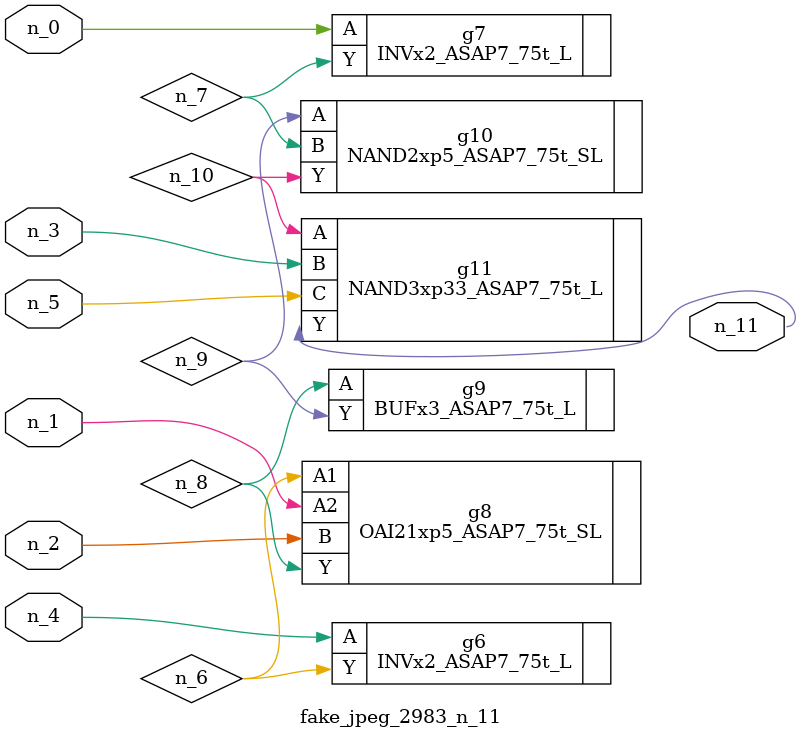
<source format=v>
module fake_jpeg_2983_n_11 (n_3, n_2, n_1, n_0, n_4, n_5, n_11);

input n_3;
input n_2;
input n_1;
input n_0;
input n_4;
input n_5;

output n_11;

wire n_10;
wire n_8;
wire n_9;
wire n_6;
wire n_7;

INVx2_ASAP7_75t_L g6 ( 
.A(n_4),
.Y(n_6)
);

INVx2_ASAP7_75t_L g7 ( 
.A(n_0),
.Y(n_7)
);

OAI21xp5_ASAP7_75t_SL g8 ( 
.A1(n_6),
.A2(n_1),
.B(n_2),
.Y(n_8)
);

BUFx3_ASAP7_75t_L g9 ( 
.A(n_8),
.Y(n_9)
);

NAND2xp5_ASAP7_75t_SL g10 ( 
.A(n_9),
.B(n_7),
.Y(n_10)
);

NAND3xp33_ASAP7_75t_L g11 ( 
.A(n_10),
.B(n_3),
.C(n_5),
.Y(n_11)
);


endmodule
</source>
